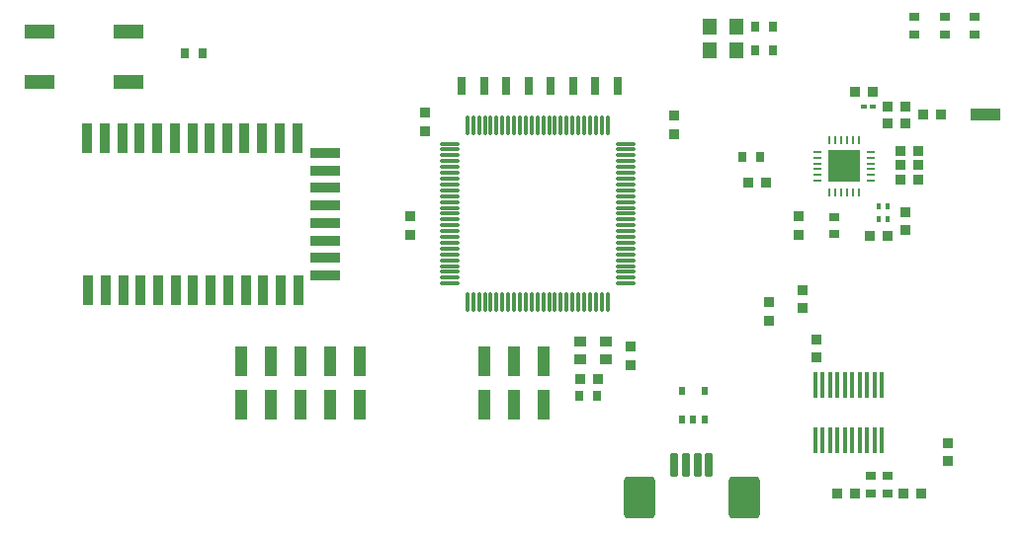
<source format=gbp>
G04 Layer_Color=128*
%FSTAX24Y24*%
%MOIN*%
G70*
G01*
G75*
%ADD10R,0.0335X0.0335*%
%ADD14R,0.0197X0.0118*%
%ADD23R,0.0276X0.0354*%
%ADD24R,0.0300X0.0600*%
%ADD25R,0.0354X0.0276*%
%ADD26R,0.0500X0.0550*%
%ADD27R,0.0335X0.0335*%
%ADD28R,0.1063X0.1063*%
%ADD29R,0.0098X0.0276*%
%ADD30R,0.0276X0.0098*%
%ADD31R,0.0146X0.0185*%
%ADD32R,0.1000X0.0400*%
%ADD33R,0.1000X0.0500*%
%ADD34O,0.0709X0.0118*%
%ADD35O,0.0118X0.0709*%
%ADD36R,0.0350X0.1000*%
%ADD37R,0.1000X0.0350*%
%ADD38R,0.0394X0.0354*%
G04:AMPARAMS|DCode=39|XSize=106.3mil|YSize=141.7mil|CornerRadius=13.3mil|HoleSize=0mil|Usage=FLASHONLY|Rotation=180.000|XOffset=0mil|YOffset=0mil|HoleType=Round|Shape=RoundedRectangle|*
%AMROUNDEDRECTD39*
21,1,0.1063,0.1152,0,0,180.0*
21,1,0.0797,0.1417,0,0,180.0*
1,1,0.0266,-0.0399,0.0576*
1,1,0.0266,0.0399,0.0576*
1,1,0.0266,0.0399,-0.0576*
1,1,0.0266,-0.0399,-0.0576*
%
%ADD39ROUNDEDRECTD39*%
G04:AMPARAMS|DCode=40|XSize=24mil|YSize=78.7mil|CornerRadius=3mil|HoleSize=0mil|Usage=FLASHONLY|Rotation=180.000|XOffset=0mil|YOffset=0mil|HoleType=Round|Shape=RoundedRectangle|*
%AMROUNDEDRECTD40*
21,1,0.0240,0.0727,0,0,180.0*
21,1,0.0180,0.0787,0,0,180.0*
1,1,0.0060,-0.0090,0.0364*
1,1,0.0060,0.0090,0.0364*
1,1,0.0060,0.0090,-0.0364*
1,1,0.0060,-0.0090,-0.0364*
%
%ADD40ROUNDEDRECTD40*%
%ADD41R,0.0394X0.0984*%
%ADD42R,0.0217X0.0315*%
%ADD43O,0.0157X0.0886*%
D10*
X052795Y0277D02*
D03*
X053405D02*
D03*
X053995Y02745D02*
D03*
X054605D02*
D03*
X053405Y02715D02*
D03*
X052795D02*
D03*
X052305Y0282D02*
D03*
X051695D02*
D03*
X048705Y02515D02*
D03*
X048095D02*
D03*
X053855Y02525D02*
D03*
X053245D02*
D03*
X053855Y0262D02*
D03*
X053245D02*
D03*
Y02575D02*
D03*
X053855D02*
D03*
X053955Y01465D02*
D03*
X053345D02*
D03*
X051095D02*
D03*
X051705D02*
D03*
X052805Y02335D02*
D03*
X052195D02*
D03*
X042445Y0185D02*
D03*
X043055D02*
D03*
D14*
X0523Y0277D02*
D03*
X052024D02*
D03*
D23*
X047905Y026D02*
D03*
X048495D02*
D03*
X048945Y0304D02*
D03*
X048355D02*
D03*
X048945Y0296D02*
D03*
X048355D02*
D03*
X043005Y01795D02*
D03*
X042415D02*
D03*
X029105Y0295D02*
D03*
X029695D02*
D03*
D24*
X03845Y0284D02*
D03*
X0392D02*
D03*
X03995D02*
D03*
X0407D02*
D03*
X04145D02*
D03*
X0422D02*
D03*
X04295D02*
D03*
X0437D02*
D03*
D25*
X0537Y030745D02*
D03*
Y030155D02*
D03*
X051Y023405D02*
D03*
Y023995D02*
D03*
X0528Y014655D02*
D03*
Y015245D02*
D03*
X05225Y014655D02*
D03*
Y015245D02*
D03*
X05475Y030155D02*
D03*
Y030745D02*
D03*
X05575Y030155D02*
D03*
Y030745D02*
D03*
D26*
X0468Y0304D02*
D03*
X0477D02*
D03*
Y0296D02*
D03*
X0468D02*
D03*
D27*
X04995Y020915D02*
D03*
Y021525D02*
D03*
X0488Y020495D02*
D03*
Y021105D02*
D03*
X0498Y024005D02*
D03*
Y023395D02*
D03*
X0456Y027405D02*
D03*
Y026795D02*
D03*
X0372Y026895D02*
D03*
Y027505D02*
D03*
X0367Y024005D02*
D03*
Y023395D02*
D03*
X0504Y019855D02*
D03*
Y019245D02*
D03*
X0534Y023545D02*
D03*
Y024155D02*
D03*
X04415Y019605D02*
D03*
Y018995D02*
D03*
X05485Y016355D02*
D03*
Y015745D02*
D03*
D28*
X05135Y0257D02*
D03*
D29*
X051837Y026585D02*
D03*
X05164D02*
D03*
X051444D02*
D03*
X051247D02*
D03*
X05105D02*
D03*
X050853D02*
D03*
Y024813D02*
D03*
X05105D02*
D03*
X051247D02*
D03*
X051444D02*
D03*
X05164D02*
D03*
X051837D02*
D03*
D30*
X050459Y026191D02*
D03*
Y025994D02*
D03*
Y025797D02*
D03*
Y025601D02*
D03*
Y025404D02*
D03*
Y025207D02*
D03*
X052231D02*
D03*
Y025404D02*
D03*
Y025601D02*
D03*
Y025797D02*
D03*
Y025994D02*
D03*
Y026191D02*
D03*
D31*
X0528Y0239D02*
D03*
Y02435D02*
D03*
X0525D02*
D03*
Y0239D02*
D03*
D32*
X0561Y02745D02*
D03*
D33*
X0242Y02855D02*
D03*
X0272D02*
D03*
X0242Y03025D02*
D03*
X0272D02*
D03*
D34*
X043972Y026462D02*
D03*
Y026265D02*
D03*
Y026068D02*
D03*
Y025872D02*
D03*
Y025675D02*
D03*
Y025478D02*
D03*
Y025281D02*
D03*
Y025084D02*
D03*
Y024887D02*
D03*
Y024691D02*
D03*
Y024494D02*
D03*
Y024297D02*
D03*
Y0241D02*
D03*
Y023903D02*
D03*
Y023706D02*
D03*
Y023509D02*
D03*
Y023313D02*
D03*
Y023116D02*
D03*
Y022919D02*
D03*
Y022722D02*
D03*
Y022525D02*
D03*
Y022328D02*
D03*
Y022132D02*
D03*
Y021935D02*
D03*
Y021738D02*
D03*
X038028D02*
D03*
Y021935D02*
D03*
Y022132D02*
D03*
Y022328D02*
D03*
Y022525D02*
D03*
Y022722D02*
D03*
Y022919D02*
D03*
Y023116D02*
D03*
Y023313D02*
D03*
Y023509D02*
D03*
Y023706D02*
D03*
Y023903D02*
D03*
Y0241D02*
D03*
Y024297D02*
D03*
Y024494D02*
D03*
Y024691D02*
D03*
Y024887D02*
D03*
Y025084D02*
D03*
Y025281D02*
D03*
Y025478D02*
D03*
Y025675D02*
D03*
Y025872D02*
D03*
Y026068D02*
D03*
Y026265D02*
D03*
Y026462D02*
D03*
D35*
X043362Y021128D02*
D03*
X043165D02*
D03*
X042969D02*
D03*
X042772D02*
D03*
X042575D02*
D03*
X042378D02*
D03*
X042181D02*
D03*
X041984D02*
D03*
X041787D02*
D03*
X041591D02*
D03*
X041394D02*
D03*
X041197D02*
D03*
X041D02*
D03*
X040803D02*
D03*
X040606D02*
D03*
X040409D02*
D03*
X040213D02*
D03*
X040016D02*
D03*
X039819D02*
D03*
X039622D02*
D03*
X039425D02*
D03*
X039228D02*
D03*
X039032D02*
D03*
X038835D02*
D03*
X038638D02*
D03*
Y027072D02*
D03*
X038835D02*
D03*
X039032D02*
D03*
X039228D02*
D03*
X039425D02*
D03*
X039622D02*
D03*
X039819D02*
D03*
X040016D02*
D03*
X040213D02*
D03*
X040409D02*
D03*
X040606D02*
D03*
X040803D02*
D03*
X041D02*
D03*
X041197D02*
D03*
X041394D02*
D03*
X041591D02*
D03*
X041787D02*
D03*
X041984D02*
D03*
X042181D02*
D03*
X042378D02*
D03*
X042575D02*
D03*
X042772D02*
D03*
X042969D02*
D03*
X043165D02*
D03*
X043362D02*
D03*
D36*
X032934Y0215D02*
D03*
X032919Y026661D02*
D03*
X030543D02*
D03*
X031123Y026657D02*
D03*
X032304D02*
D03*
X031724Y026661D02*
D03*
X025819D02*
D03*
X026398Y026657D02*
D03*
X02758D02*
D03*
X027Y026661D02*
D03*
X029362D02*
D03*
X029942Y026657D02*
D03*
X028761D02*
D03*
X028181Y026661D02*
D03*
X032343Y0215D02*
D03*
X031162D02*
D03*
X031753D02*
D03*
X029981D02*
D03*
X030572D02*
D03*
X029391D02*
D03*
X0288D02*
D03*
X025847D02*
D03*
X026438D02*
D03*
X027619D02*
D03*
X027028D02*
D03*
X028209D02*
D03*
D37*
X033839Y023783D02*
D03*
Y023193D02*
D03*
Y022012D02*
D03*
Y022602D02*
D03*
Y024965D02*
D03*
Y024374D02*
D03*
Y025555D02*
D03*
Y026146D02*
D03*
D38*
X04246Y01979D02*
D03*
X0433D02*
D03*
Y01919D02*
D03*
X04246D02*
D03*
D39*
X044428Y014524D02*
D03*
X047972D02*
D03*
D40*
X045609Y015616D02*
D03*
X046003D02*
D03*
X046397D02*
D03*
X046791D02*
D03*
D41*
X0412Y019109D02*
D03*
X0402D02*
D03*
X0392D02*
D03*
X0412Y017652D02*
D03*
X0402D02*
D03*
X0392D02*
D03*
X031Y019104D02*
D03*
X035D02*
D03*
X034D02*
D03*
X033D02*
D03*
X032D02*
D03*
X035Y017648D02*
D03*
X034D02*
D03*
X033D02*
D03*
X032D02*
D03*
X031D02*
D03*
D42*
X046628Y0181D02*
D03*
X04588D02*
D03*
X046628Y017155D02*
D03*
X046254D02*
D03*
X04588D02*
D03*
D43*
X050375Y018305D02*
D03*
X050625D02*
D03*
X050875D02*
D03*
X051125D02*
D03*
X051375D02*
D03*
X051625D02*
D03*
X051875D02*
D03*
X052125D02*
D03*
X052375D02*
D03*
X052625D02*
D03*
X050375Y016435D02*
D03*
X050625D02*
D03*
X050875D02*
D03*
X051125D02*
D03*
X051375D02*
D03*
X051625D02*
D03*
X051875D02*
D03*
X052125D02*
D03*
X052375D02*
D03*
X052625D02*
D03*
M02*

</source>
